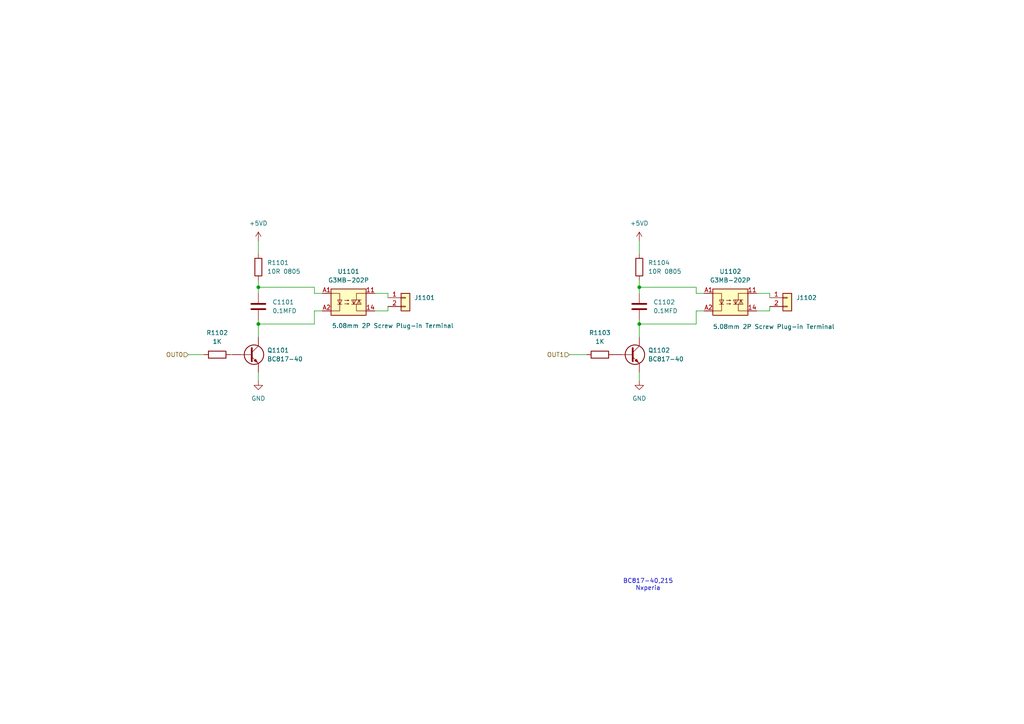
<source format=kicad_sch>
(kicad_sch (version 20250114) (generator "eeschema") (generator_version "9.0")
  (paper "A4")
  (lib_symbols
    (symbol "Connector_Generic:Conn_01x02" (pin_names (offset 1.016) (hide yes))
      (property "Reference" "J" (at 0 2.54 0))
      (property "Value" "Conn_01x02" (at 0 -5.08 0))
      (symbol "Conn_01x02_1_1"
        (rectangle (start -1.27 1.27) (end 1.27 -3.81) (stroke (width 0.254)) (fill (type background)))
        (rectangle (start -1.27 0.127) (end 0 -0.127) (stroke (width 0.1524)))
        (rectangle (start -1.27 -2.413) (end 0 -2.667) (stroke (width 0.1524)))
        (pin passive line (at -5.08 0 0) (length 3.81) (name "Pin_1") (number "1"))
        (pin passive line (at -5.08 -2.54 0) (length 3.81) (name "Pin_2") (number "2"))
      )
    )
    (symbol "Device:C" (pin_numbers (hide yes)) (pin_names (offset 0.254))
      (property "Reference" "C" (at 0.635 2.54 0))
      (property "Value" "C" (at 0.635 -2.54 0))
      (symbol "C_0_1"
        (polyline (pts (xy -2.032 0.762) (xy 2.032 0.762)) (stroke (width 0.508)))
        (polyline (pts (xy -2.032 -0.762) (xy 2.032 -0.762)) (stroke (width 0.508)))
      )
      (symbol "C_1_1"
        (pin passive line (at 0 3.81 270) (length 2.794) (name "~") (number "1"))
        (pin passive line (at 0 -3.81 90) (length 2.794) (name "~") (number "2"))
      )
    )
    (symbol "Device:Q_NPN" (pin_numbers (hide yes)) (pin_names (offset 0) (hide yes))
      (property "Reference" "Q" (at 5.08 1.27 0))
      (property "Value" "Q_NPN" (at 5.08 -1.27 0))
      (symbol "Q_NPN_0_1"
        (polyline (pts (xy -2.54 0) (xy 0.635 0)))
        (polyline (pts (xy 0.635 1.905) (xy 0.635 -1.905)) (stroke (width 0.508)))
        (polyline (pts (xy 0.635 0.635) (xy 2.54 2.54)))
        (polyline (pts (xy 0.635 -0.635) (xy 2.54 -2.54)))
        (circle (center 1.27 0) (radius 2.8194) (stroke (width 0.254)))
        (polyline (pts (xy 1.27 -1.778) (xy 1.778 -1.27) (xy 2.286 -2.286) (xy 1.27 -1.778)) (fill (type outline)))
      )
      (symbol "Q_NPN_1_1"
        (pin input line (at -5.08 0 0) (length 2.54) (name "B") (number "B"))
        (pin passive line (at 2.54 5.08 270) (length 2.54) (name "C") (number "C"))
        (pin passive line (at 2.54 -5.08 90) (length 2.54) (name "E") (number "E"))
      )
    )
    (symbol "Device:R" (pin_numbers (hide yes)) (pin_names (offset 0))
      (property "Reference" "R" (at 2.032 0 90))
      (property "Value" "R" (at 0 0 90))
      (symbol "R_0_1"
        (rectangle (start -1.016 -2.54) (end 1.016 2.54) (stroke (width 0.254)))
      )
      (symbol "R_1_1"
        (pin passive line (at 0 3.81 270) (length 1.27) (name "~") (number "1"))
        (pin passive line (at 0 -3.81 90) (length 1.27) (name "~") (number "2"))
      )
    )
    (symbol "Relay_SolidState:34.81-8240"
      (property "Reference" "U" (at -5.08 5.08 0))
      (property "Value" "34.81-8240" (at 0 5.08 0))
      (symbol "34.81-8240_0_1"
        (rectangle (start -5.08 3.81) (end 5.08 -3.81) (stroke (width 0.254)) (fill (type background)))
        (polyline (pts (xy -5.08 2.54) (xy -2.54 2.54) (xy -2.54 -2.54) (xy -5.08 -2.54)))
        (polyline (pts (xy -3.175 -0.635) (xy -1.905 -0.635)))
        (polyline (pts (xy -2.54 -0.635) (xy -3.175 0.635) (xy -1.905 0.635) (xy -2.54 -0.635)))
        (polyline (pts (xy -1.143 0.508) (xy 0.127 0.508) (xy -0.254 0.381) (xy -0.254 0.635) (xy 0.127 0.508)))
        (polyline (pts (xy -1.143 -0.508) (xy 0.127 -0.508) (xy -0.254 -0.635) (xy -0.254 -0.381) (xy 0.127 -0.508)))
        (polyline (pts (xy 0.889 -0.635) (xy 3.683 -0.635) (xy 3.048 0.635) (xy 2.413 -0.635)))
        (polyline (pts (xy 1.524 -0.635) (xy 1.524 0.635)))
        (polyline (pts (xy 2.286 0.635) (xy 2.286 2.54) (xy 5.08 2.54)))
        (polyline (pts (xy 2.286 -0.635) (xy 2.286 -2.54) (xy 5.08 -2.54)))
        (polyline (pts (xy 3.048 0.635) (xy 3.048 -0.635)))
        (polyline (pts (xy 3.683 0.635) (xy 0.889 0.635) (xy 1.524 -0.635) (xy 2.159 0.635)))
      )
      (symbol "34.81-8240_1_1"
        (pin passive line (at -7.62 2.54 0) (length 2.54) (name "~") (number "A1"))
        (pin passive line (at -7.62 -2.54 0) (length 2.54) (name "~") (number "A2"))
        (pin passive line (at 7.62 2.54 180) (length 2.54) (name "~") (number "11"))
        (pin passive line (at 7.62 -2.54 180) (length 2.54) (name "~") (number "14"))
      )
    )
    (symbol "power:+5VD" (power) (pin_numbers (hide yes)) (pin_names (offset 0) (hide yes))
      (property "Value" "+5VD" (at 0 3.556 0))
      (symbol "+5VD_0_1"
        (polyline (pts (xy -0.762 1.27) (xy 0 2.54)))
        (polyline (pts (xy 0 2.54) (xy 0.762 1.27)))
        (polyline (pts (xy 0 0) (xy 0 2.54)))
      )
      (symbol "+5VD_1_1"
        (pin power_in line (at 0 0 90) (length 0) (name "~") (number "1"))
      )
    )
    (symbol "power:GND" (power) (pin_numbers (hide yes)) (pin_names (offset 0) (hide yes))
      (property "Value" "GND" (at 0 -3.81 0))
      (symbol "GND_0_1"
        (polyline (pts (xy 0 0) (xy 0 -1.27) (xy 1.27 -1.27) (xy 0 -2.54) (xy -1.27 -1.27) (xy 0 -1.27)))
      )
      (symbol "GND_1_1"
        (pin power_in line (at 0 0 270) (length 0) (name "~") (number "1"))
      )
    )
  )
  (text "BC817-40,215\nNxperia" (at 187.96 169.672 0) (effects (font (size 1.27 1.27))))
  (junction (at 74.93 83.312))
  (junction (at 74.93 93.98))
  (junction (at 185.42 93.98))
  (junction (at 185.42 83.312))
  (wire (pts (xy 204.216 85.09) (xy 201.93 85.09)))
  (wire (pts (xy 74.93 83.312) (xy 91.186 83.312)))
  (wire (pts (xy 165.1 102.87) (xy 170.18 102.87)))
  (wire (pts (xy 108.712 85.09) (xy 112.522 85.09)))
  (wire (pts (xy 204.216 90.17) (xy 201.93 90.17)))
  (wire (pts (xy 93.472 85.09) (xy 91.186 85.09)))
  (wire (pts (xy 91.186 90.17) (xy 91.186 93.98)))
  (wire (pts (xy 112.522 88.9) (xy 112.522 90.17)))
  (wire (pts (xy 74.93 92.71) (xy 74.93 93.98)))
  (wire (pts (xy 74.93 97.79) (xy 74.93 93.98)))
  (wire (pts (xy 185.42 97.79) (xy 185.42 93.98)))
  (wire (pts (xy 93.472 90.17) (xy 91.186 90.17)))
  (wire (pts (xy 219.456 85.09) (xy 223.266 85.09)))
  (wire (pts (xy 223.266 88.9) (xy 223.266 90.17)))
  (wire (pts (xy 108.712 90.17) (xy 112.522 90.17)))
  (wire (pts (xy 185.42 83.312) (xy 185.42 85.09)))
  (wire (pts (xy 74.93 81.28) (xy 74.93 83.312)))
  (wire (pts (xy 74.93 69.85) (xy 74.93 73.66)))
  (wire (pts (xy 91.186 85.09) (xy 91.186 83.312)))
  (wire (pts (xy 185.42 93.98) (xy 201.93 93.98)))
  (wire (pts (xy 112.522 86.36) (xy 112.522 85.09)))
  (wire (pts (xy 185.42 81.28) (xy 185.42 83.312)))
  (wire (pts (xy 201.93 85.09) (xy 201.93 83.312)))
  (wire (pts (xy 67.31 102.87) (xy 66.802 102.87)))
  (wire (pts (xy 223.266 86.36) (xy 223.266 85.09)))
  (wire (pts (xy 74.93 107.95) (xy 74.93 110.49)))
  (wire (pts (xy 201.93 90.17) (xy 201.93 93.98)))
  (wire (pts (xy 185.42 92.71) (xy 185.42 93.98)))
  (wire (pts (xy 74.93 93.98) (xy 91.186 93.98)))
  (wire (pts (xy 185.42 107.95) (xy 185.42 110.49)))
  (wire (pts (xy 219.456 90.17) (xy 223.266 90.17)))
  (wire (pts (xy 185.42 69.85) (xy 185.42 73.66)))
  (wire (pts (xy 54.61 102.87) (xy 59.182 102.87)))
  (wire (pts (xy 74.93 83.312) (xy 74.93 85.09)))
  (wire (pts (xy 185.42 83.312) (xy 201.93 83.312)))
  (hierarchical_label "OUT0" (shape input) (at 54.61 102.87 180))
  (hierarchical_label "OUT1" (shape input) (at 165.1 102.87 180))
  (symbol (lib_id "Device:R") (at 185.42 77.47 0) (unit 1)
    (property "Reference" "R1104" (at 187.96 76.1999 0) (effects (justify left)))
    (property "Value" "10R 0805" (at 187.96 78.7399 0) (effects (justify left)))
    (property "Footprint" "Resistor_SMD:R_0805_2012Metric_Pad1.20x1.40mm_HandSolder" (effects (hide yes)))
  )
  (symbol (lib_id "power:+5VD") (at 74.93 69.85 0) (unit 1)
    (property "Reference" "#PWR01102" (effects (hide yes)))
    (property "Value" "+5VD" (at 74.93 64.77 0))
    (property "Description" "Power symbol creates a global label with name \"+5VD\"" (effects (hide yes)))
  )
  (symbol (lib_id "Connector_Generic:Conn_01x02") (at 228.346 86.36 0) (unit 1)
    (property "Reference" "J1102" (at 230.886 86.3599 0) (effects (justify left)))
    (property "Value" "5.08mm 2P Screw Plug-in Terminal" (at 206.756 94.742 0) (effects (justify left)))
    (property "Footprint" "Connector_Phoenix_MSTB:PhoenixContact_MSTBA_2,5_2-G-5,08_1x02_P5.08mm_Horizontal" (effects (hide yes)))
    (property "Description" "Generic connector, single row, 01x02, script generated (kicad-library-utils/schlib/autogen/connector/)" (effects (hide yes)))
  )
  (symbol (lib_id "Device:R") (at 74.93 77.47 0) (unit 1)
    (property "Reference" "R1101" (at 77.47 76.1999 0) (effects (justify left)))
    (property "Value" "10R 0805" (at 77.47 78.7399 0) (effects (justify left)))
    (property "Footprint" "Resistor_SMD:R_0805_2012Metric_Pad1.20x1.40mm_HandSolder" (effects (hide yes)))
  )
  (symbol (lib_id "Device:Q_NPN") (at 72.39 102.87 0) (unit 1)
    (property "Reference" "Q1101" (at 77.47 101.5999 0) (effects (justify left)))
    (property "Value" "BC817-40" (at 77.47 104.1399 0) (effects (justify left)))
    (property "Footprint" "Package_TO_SOT_SMD:SOT-23" (effects (hide yes)))
    (property "Description" "NPN bipolar junction transistor" (effects (hide yes)))
  )
  (symbol (lib_id "power:GND") (at 185.42 110.49 0) (unit 1)
    (property "Reference" "#PWR01103" (effects (hide yes)))
    (property "Value" "GND" (at 185.42 115.57 0))
    (property "Description" "Power symbol creates a global label with name \"GND\" , ground" (effects (hide yes)))
  )
  (symbol (lib_id "Device:C") (at 74.93 88.9 0) (unit 1)
    (property "Reference" "C1101" (at 78.994 87.63 0) (effects (justify left)))
    (property "Value" "0.1MFD" (at 78.994 90.17 0) (effects (justify left)))
    (property "Footprint" "Capacitor_SMD:C_0402_1005Metric_Pad0.74x0.62mm_HandSolder" (effects (hide yes)))
  )
  (symbol (lib_id "Relay_SolidState:34.81-8240") (at 101.092 87.63 0) (unit 1)
    (property "Reference" "U1101" (at 101.092 78.74 0))
    (property "Value" "G3MB-202P" (at 101.092 81.28 0))
    (property "Footprint" "OptoDevice:Finder_34.81" (effects (hide yes)))
    (property "Datasheet" "https://gfinder.findernet.com/public/attachments/34/EN/S34USAEN.pdf" (effects (hide yes)))
    (property "Description" "Ultra-slim - Solid State Relay, 2A, 240V AC output, Zero crossing switching" (effects (hide yes)))
  )
  (symbol (lib_id "Device:Q_NPN") (at 182.88 102.87 0) (unit 1)
    (property "Reference" "Q1102" (at 187.96 101.5999 0) (effects (justify left)))
    (property "Value" "BC817-40" (at 187.96 104.1399 0) (effects (justify left)))
    (property "Footprint" "Package_TO_SOT_SMD:SOT-23" (effects (hide yes)))
    (property "Description" "NPN bipolar junction transistor" (effects (hide yes)))
  )
  (symbol (lib_id "Connector_Generic:Conn_01x02") (at 117.602 86.36 0) (unit 1)
    (property "Reference" "J1101" (at 120.142 86.3599 0) (effects (justify left)))
    (property "Value" "5.08mm 2P Screw Plug-in Terminal" (at 96.266 94.488 0) (effects (justify left)))
    (property "Footprint" "Connector_Phoenix_MSTB:PhoenixContact_MSTBA_2,5_2-G-5,08_1x02_P5.08mm_Horizontal" (effects (hide yes)))
    (property "Description" "Generic connector, single row, 01x02, script generated (kicad-library-utils/schlib/autogen/connector/)" (effects (hide yes)))
  )
  (symbol (lib_id "Device:R") (at 173.99 102.87 90) (unit 1)
    (property "Reference" "R1103" (at 173.99 96.52 90))
    (property "Value" "1K" (at 173.99 99.06 90))
    (property "Footprint" "Resistor_SMD:R_0603_1608Metric_Pad0.98x0.95mm_HandSolder" (effects (hide yes)))
  )
  (symbol (lib_id "Relay_SolidState:34.81-8240") (at 211.836 87.63 0) (unit 1)
    (property "Reference" "U1102" (at 211.836 78.74 0))
    (property "Value" "G3MB-202P" (at 211.836 81.28 0))
    (property "Footprint" "OptoDevice:Finder_34.81" (effects (hide yes)))
    (property "Datasheet" "https://gfinder.findernet.com/public/attachments/34/EN/S34USAEN.pdf" (effects (hide yes)))
    (property "Description" "Ultra-slim - Solid State Relay, 2A, 240V AC output, Zero crossing switching" (effects (hide yes)))
  )
  (symbol (lib_id "power:+5VD") (at 185.42 69.85 0) (unit 1)
    (property "Reference" "#PWR01104" (effects (hide yes)))
    (property "Value" "+5VD" (at 185.42 64.77 0))
    (property "Description" "Power symbol creates a global label with name \"+5VD\"" (effects (hide yes)))
  )
  (symbol (lib_id "power:GND") (at 74.93 110.49 0) (unit 1)
    (property "Reference" "#PWR01101" (effects (hide yes)))
    (property "Value" "GND" (at 74.93 115.57 0))
    (property "Description" "Power symbol creates a global label with name \"GND\" , ground" (effects (hide yes)))
  )
  (symbol (lib_id "Device:R") (at 62.992 102.87 90) (unit 1)
    (property "Reference" "R1102" (at 62.992 96.52 90))
    (property "Value" "1K" (at 62.992 99.06 90))
    (property "Footprint" "Resistor_SMD:R_0603_1608Metric_Pad0.98x0.95mm_HandSolder" (effects (hide yes)))
  )
  (symbol (lib_id "Device:C") (at 185.42 88.9 0) (unit 1)
    (property "Reference" "C1102" (at 189.484 87.63 0) (effects (justify left)))
    (property "Value" "0.1MFD" (at 189.484 90.17 0) (effects (justify left)))
    (property "Footprint" "Capacitor_SMD:C_0402_1005Metric_Pad0.74x0.62mm_HandSolder" (effects (hide yes)))
  )
)
</source>
